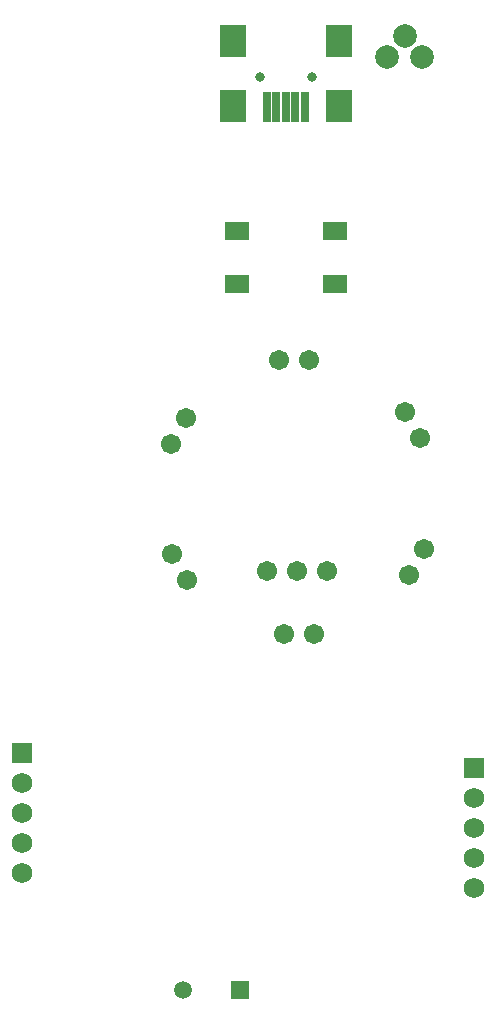
<source format=gbs>
%FSTAX23Y23*%
%MOIN*%
%SFA1B1*%

%IPPOS*%
%ADD55C,0.059180*%
%ADD56R,0.059180X0.059180*%
%ADD57R,0.068000X0.068000*%
%ADD58C,0.068000*%
%ADD59C,0.031620*%
%ADD60C,0.078870*%
%ADD61C,0.067060*%
%ADD80R,0.027690X0.098550*%
%ADD81R,0.086740X0.106420*%
%ADD82R,0.078870X0.063120*%
%LNÑ§Ï°ÐÍºìÍâ×ª·¢Æ÷-1*%
%LPD*%
G54D55*
X06375Y03385D03*
G54D56*
X06567Y03385D03*
G54D57*
X07345Y04125D03*
X0584Y04174D03*
G54D58*
X07345Y04025D03*
Y03925D03*
Y03825D03*
Y03725D03*
X0584Y03774D03*
Y03874D03*
Y03974D03*
Y04074D03*
G54D59*
X06806Y06428D03*
X06633D03*
G54D60*
X07174Y06494D03*
X07055D03*
X07115Y06565D03*
G54D61*
X06697Y05485D03*
X06797D03*
X06335Y05205D03*
X06385Y05291D03*
X0639Y0475D03*
X0634Y04836D03*
X06813Y0457D03*
X06713D03*
X0718Y04855D03*
X0713Y04768D03*
X07115Y0531D03*
X07165Y05223D03*
X06855Y0478D03*
X06755D03*
X06655D03*
G54D80*
X06656Y06326D03*
X06719D03*
X06688D03*
X06751D03*
X06782D03*
G54D81*
X06544Y06546D03*
X06895D03*
X06544Y0633D03*
X06895D03*
G54D82*
X06882Y05736D03*
X06557D03*
X06882Y05913D03*
X06557D03*
M02*
</source>
